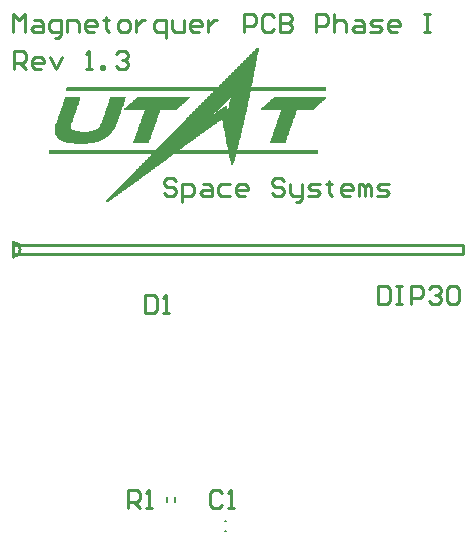
<source format=gto>
%FSAX24Y24*%
%MOIN*%
G70*
G01*
G75*
%ADD10R,0.0354X0.0394*%
%ADD11R,0.3937X0.3937*%
%ADD12R,0.0366X0.0600*%
%ADD13C,0.0394*%
%ADD14R,0.0354X0.0276*%
%ADD15C,0.0080*%
%ADD16C,0.0620*%
%ADD17R,0.0620X0.0620*%
%ADD18C,0.2756*%
%ADD19C,0.0118*%
%ADD20C,0.0180*%
%ADD21C,0.0100*%
%ADD22C,0.0079*%
%ADD23C,0.0020*%
D21*
X024800Y033421D02*
G03*
X024800Y033921I000000J000250D01*
G01*
Y033831D02*
X039800D01*
Y033511D02*
Y033831D01*
X024800Y033511D02*
X039800D01*
X024800D02*
Y033921D01*
Y033421D02*
Y033831D01*
X036970Y032471D02*
Y031871D01*
X037270D01*
X037369Y031971D01*
Y032371D01*
X037270Y032471D01*
X036970D01*
X037569D02*
X037769D01*
X037669D01*
Y031871D01*
X037569D01*
X037769D01*
X038069D02*
Y032471D01*
X038369D01*
X038469Y032371D01*
Y032171D01*
X038369Y032071D01*
X038069D01*
X038669Y032371D02*
X038769Y032471D01*
X038969D01*
X039069Y032371D01*
Y032271D01*
X038969Y032171D01*
X038869D01*
X038969D01*
X039069Y032071D01*
Y031971D01*
X038969Y031871D01*
X038769D01*
X038669Y031971D01*
X039269Y032371D02*
X039369Y032471D01*
X039569D01*
X039669Y032371D01*
Y031971D01*
X039569Y031871D01*
X039369D01*
X039269Y031971D01*
Y032371D01*
X028623Y025054D02*
Y025654D01*
X028923D01*
X029023Y025554D01*
Y025354D01*
X028923Y025254D01*
X028623D01*
X028823D02*
X029023Y025054D01*
X029223D02*
X029423D01*
X029323D01*
Y025654D01*
X029223Y025554D01*
X029200Y032151D02*
Y031551D01*
X029500D01*
X029599Y031651D01*
Y032051D01*
X029500Y032151D01*
X029200D01*
X029799Y031551D02*
X029999D01*
X029899D01*
Y032151D01*
X029799Y032051D01*
X031774Y025556D02*
X031675Y025656D01*
X031475D01*
X031375Y025556D01*
Y025157D01*
X031475Y025057D01*
X031675D01*
X031774Y025157D01*
X031974Y025057D02*
X032174D01*
X032074D01*
Y025656D01*
X031974Y025556D01*
X024830Y039681D02*
Y040281D01*
X025130D01*
X025229Y040181D01*
Y039981D01*
X025130Y039881D01*
X024830D01*
X025030D02*
X025229Y039681D01*
X025729D02*
X025529D01*
X025429Y039781D01*
Y039981D01*
X025529Y040081D01*
X025729D01*
X025829Y039981D01*
Y039881D01*
X025429D01*
X026029Y040081D02*
X026229Y039681D01*
X026429Y040081D01*
X027229Y039681D02*
X027429D01*
X027329D01*
Y040281D01*
X027229Y040181D01*
X027729Y039681D02*
Y039781D01*
X027829D01*
Y039681D01*
X027729D01*
X028229Y040181D02*
X028328Y040281D01*
X028528D01*
X028628Y040181D01*
Y040081D01*
X028528Y039981D01*
X028428D01*
X028528D01*
X028628Y039881D01*
Y039781D01*
X028528Y039681D01*
X028328D01*
X028229Y039781D01*
X024820Y040921D02*
Y041521D01*
X025020Y041321D01*
X025219Y041521D01*
Y040921D01*
X025519Y041321D02*
X025719D01*
X025819Y041221D01*
Y040921D01*
X025519D01*
X025419Y041021D01*
X025519Y041121D01*
X025819D01*
X026219Y040721D02*
X026319D01*
X026419Y040821D01*
Y041321D01*
X026119D01*
X026019Y041221D01*
Y041021D01*
X026119Y040921D01*
X026419D01*
X026619D02*
Y041321D01*
X026919D01*
X027019Y041221D01*
Y040921D01*
X027519D02*
X027319D01*
X027219Y041021D01*
Y041221D01*
X027319Y041321D01*
X027519D01*
X027619Y041221D01*
Y041121D01*
X027219D01*
X027919Y041421D02*
Y041321D01*
X027819D01*
X028019D01*
X027919D01*
Y041021D01*
X028019Y040921D01*
X028418D02*
X028618D01*
X028718Y041021D01*
Y041221D01*
X028618Y041321D01*
X028418D01*
X028318Y041221D01*
Y041021D01*
X028418Y040921D01*
X028918Y041321D02*
Y040921D01*
Y041121D01*
X029018Y041221D01*
X029118Y041321D01*
X029218D01*
X029918Y040721D02*
Y041321D01*
X029618D01*
X029518Y041221D01*
Y041021D01*
X029618Y040921D01*
X029918D01*
X030118Y041321D02*
Y041021D01*
X030218Y040921D01*
X030518D01*
Y041321D01*
X031018Y040921D02*
X030818D01*
X030718Y041021D01*
Y041221D01*
X030818Y041321D01*
X031018D01*
X031118Y041221D01*
Y041121D01*
X030718D01*
X031318Y041321D02*
Y040921D01*
Y041121D01*
X031417Y041221D01*
X031517Y041321D01*
X031617D01*
X032517Y040921D02*
Y041521D01*
X032817D01*
X032917Y041421D01*
Y041221D01*
X032817Y041121D01*
X032517D01*
X033517Y041421D02*
X033417Y041521D01*
X033217D01*
X033117Y041421D01*
Y041021D01*
X033217Y040921D01*
X033417D01*
X033517Y041021D01*
X033717Y041521D02*
Y040921D01*
X034017D01*
X034117Y041021D01*
Y041121D01*
X034017Y041221D01*
X033717D01*
X034017D01*
X034117Y041321D01*
Y041421D01*
X034017Y041521D01*
X033717D01*
X034916Y040921D02*
Y041521D01*
X035216D01*
X035316Y041421D01*
Y041221D01*
X035216Y041121D01*
X034916D01*
X035516Y041521D02*
Y040921D01*
Y041221D01*
X035616Y041321D01*
X035816D01*
X035916Y041221D01*
Y040921D01*
X036216Y041321D02*
X036416D01*
X036516Y041221D01*
Y040921D01*
X036216D01*
X036116Y041021D01*
X036216Y041121D01*
X036516D01*
X036716Y040921D02*
X037016D01*
X037116Y041021D01*
X037016Y041121D01*
X036816D01*
X036716Y041221D01*
X036816Y041321D01*
X037116D01*
X037615Y040921D02*
X037416D01*
X037316Y041021D01*
Y041221D01*
X037416Y041321D01*
X037615D01*
X037715Y041221D01*
Y041121D01*
X037316D01*
X038515Y041521D02*
X038715D01*
X038615D01*
Y040921D01*
X038515D01*
X038715D01*
X030239Y035971D02*
X030140Y036071D01*
X029940D01*
X029840Y035971D01*
Y035871D01*
X029940Y035771D01*
X030140D01*
X030239Y035671D01*
Y035571D01*
X030140Y035471D01*
X029940D01*
X029840Y035571D01*
X030439Y035271D02*
Y035871D01*
X030739D01*
X030839Y035771D01*
Y035571D01*
X030739Y035471D01*
X030439D01*
X031139Y035871D02*
X031339D01*
X031439Y035771D01*
Y035471D01*
X031139D01*
X031039Y035571D01*
X031139Y035671D01*
X031439D01*
X032039Y035871D02*
X031739D01*
X031639Y035771D01*
Y035571D01*
X031739Y035471D01*
X032039D01*
X032539D02*
X032339D01*
X032239Y035571D01*
Y035771D01*
X032339Y035871D01*
X032539D01*
X032639Y035771D01*
Y035671D01*
X032239D01*
X033838Y035971D02*
X033738Y036071D01*
X033538D01*
X033438Y035971D01*
Y035871D01*
X033538Y035771D01*
X033738D01*
X033838Y035671D01*
Y035571D01*
X033738Y035471D01*
X033538D01*
X033438Y035571D01*
X034038Y035871D02*
Y035571D01*
X034138Y035471D01*
X034438D01*
Y035371D01*
X034338Y035271D01*
X034238D01*
X034438Y035471D02*
Y035871D01*
X034638Y035471D02*
X034938D01*
X035038Y035571D01*
X034938Y035671D01*
X034738D01*
X034638Y035771D01*
X034738Y035871D01*
X035038D01*
X035338Y035971D02*
Y035871D01*
X035238D01*
X035438D01*
X035338D01*
Y035571D01*
X035438Y035471D01*
X036038D02*
X035838D01*
X035738Y035571D01*
Y035771D01*
X035838Y035871D01*
X036038D01*
X036138Y035771D01*
Y035671D01*
X035738D01*
X036337Y035471D02*
Y035871D01*
X036437D01*
X036537Y035771D01*
Y035471D01*
Y035771D01*
X036637Y035871D01*
X036737Y035771D01*
Y035471D01*
X036937D02*
X037237D01*
X037337Y035571D01*
X037237Y035671D01*
X037037D01*
X036937Y035771D01*
X037037Y035871D01*
X037337D01*
D22*
X031860Y024609D02*
X031899D01*
X031860Y024294D02*
X031899D01*
X029937Y025255D02*
Y025412D01*
X030212Y025255D02*
Y025412D01*
D23*
X033520Y037661D02*
X034000D01*
X033520Y037681D02*
X034000D01*
X033520Y037701D02*
X034020D01*
X033540Y037721D02*
X034020D01*
X033540Y037741D02*
X034020D01*
X033560Y037761D02*
X034040D01*
X033560Y037781D02*
X034040D01*
X033560Y037801D02*
X034040D01*
X033580Y037821D02*
X034060D01*
X033580Y037841D02*
X034060D01*
X033580Y037861D02*
X034080D01*
X033600Y037881D02*
X034080D01*
X033600Y037901D02*
X034080D01*
X033600Y037921D02*
X034100D01*
X033620Y037941D02*
X034100D01*
X033620Y037961D02*
X034100D01*
X033620Y037981D02*
X034120D01*
X033640Y038001D02*
X034120D01*
X033640Y038021D02*
X034120D01*
X033640Y038041D02*
X034140D01*
X033660Y038061D02*
X034140D01*
X033660Y038081D02*
X034140D01*
X033680Y038101D02*
X034160D01*
X033680Y038121D02*
X034160D01*
X033680Y038141D02*
X034180D01*
X033700Y038161D02*
X034180D01*
X033700Y038181D02*
X034180D01*
X033700Y038201D02*
X034200D01*
X033720Y038221D02*
X034200D01*
X033720Y038261D02*
X034220D01*
X033740Y038281D02*
X034220D01*
X033740Y038301D02*
X034220D01*
X033740Y038321D02*
X034240D01*
X033760Y038341D02*
X034240D01*
X032720Y040181D02*
X032920D01*
X032740Y040201D02*
X032940D01*
X032760Y040221D02*
X032940D01*
X032780Y040241D02*
X032940D01*
X032800Y040261D02*
X032940D01*
X032820Y040281D02*
X032940D01*
X032840Y040301D02*
X032960D01*
X032860Y040321D02*
X032960D01*
X032880Y040341D02*
X032960D01*
X032900Y040361D02*
X032960D01*
X032920Y040381D02*
X032960D01*
X032080Y036521D02*
X032120D01*
X032080Y036541D02*
X032120D01*
X032060Y036561D02*
X032120D01*
X032060Y036581D02*
X032140D01*
X032060Y036601D02*
X032140D01*
X032060Y036621D02*
X032140D01*
X032040Y036661D02*
X032160D01*
X032040Y036681D02*
X032160D01*
X032040Y036701D02*
X032160D01*
X032040Y036721D02*
X032180D01*
X032020Y036741D02*
X032180D01*
X032020Y036761D02*
X032180D01*
X032020Y036781D02*
X032180D01*
X032020Y036801D02*
X032200D01*
X032000Y036821D02*
X032200D01*
X032000Y036841D02*
X032200D01*
X032000Y036861D02*
X032200D01*
X031960Y037021D02*
X032240D01*
X031960Y037041D02*
X032260D01*
X031960Y037061D02*
X032260D01*
X031960Y037081D02*
X032260D01*
X031960Y037101D02*
X032280D01*
X031940Y037121D02*
X032280D01*
X031940Y037141D02*
X032280D01*
X031940Y037161D02*
X032280D01*
X031940Y037181D02*
X032300D01*
X031940Y037201D02*
X032300D01*
X031920Y037221D02*
X032300D01*
X031920Y037241D02*
X032300D01*
X031920Y037261D02*
X032320D01*
X031920Y037281D02*
X032320D01*
X031920Y037301D02*
X032320D01*
X031960Y038301D02*
X032560D01*
X031980Y038321D02*
X032560D01*
X031980Y038341D02*
X032560D01*
X031980Y038361D02*
X032560D01*
X031980Y038381D02*
X032580D01*
X031980Y038401D02*
X032580D01*
X032000Y038421D02*
X032580D01*
X032000Y038441D02*
X032580D01*
X032000Y038461D02*
X032600D01*
X032000Y038481D02*
X032600D01*
X032000Y038501D02*
X032600D01*
X032020Y038521D02*
X032600D01*
X032020Y038541D02*
X032600D01*
X032020Y038561D02*
X032620D01*
X032020Y038581D02*
X032620D01*
X032020Y038601D02*
X032620D01*
X032040Y038621D02*
X032620D01*
X032040Y038641D02*
X032620D01*
X032040Y038661D02*
X032640D01*
X032040Y038681D02*
X032640D01*
X032040Y038701D02*
X032640D01*
X032060Y038721D02*
X032640D01*
X032060Y038741D02*
X032640D01*
X032060Y038761D02*
X032660D01*
X031120Y038581D02*
X031860D01*
X031140Y038601D02*
X031880D01*
X028720Y036121D02*
X029120D01*
X028740Y036141D02*
X029140D01*
X028760Y036161D02*
X029180D01*
X028780Y036181D02*
X029200D01*
X028800Y036201D02*
X029220D01*
X028820Y036221D02*
X029260D01*
X028840Y036241D02*
X029280D01*
X028860Y036261D02*
X029300D01*
X028880Y036281D02*
X029340D01*
X028880Y036301D02*
X029360D01*
X028900Y036321D02*
X029380D01*
X028920Y036341D02*
X029420D01*
X028940Y036361D02*
X029440D01*
X028960Y036381D02*
X029480D01*
X028820Y037241D02*
X029300D01*
X028820Y037261D02*
X029300D01*
X028820Y037281D02*
X029320D01*
X028840Y037301D02*
X029320D01*
X028840Y037321D02*
X029320D01*
X028840Y037341D02*
X029340D01*
X028860Y037361D02*
X029340D01*
X028860Y037381D02*
X029340D01*
X028860Y037401D02*
X029360D01*
X028880Y037421D02*
X029360D01*
X028900Y037461D02*
X029380D01*
X028900Y037481D02*
X029380D01*
X028900Y037501D02*
X029380D01*
X028920Y037521D02*
X029400D01*
X028920Y037541D02*
X029400D01*
X028920Y037561D02*
X029400D01*
X028940Y037581D02*
X029420D01*
X028940Y037601D02*
X029420D01*
X028940Y037621D02*
X029440D01*
X028960Y037641D02*
X029440D01*
X028960Y037661D02*
X029440D01*
X028960Y037681D02*
X029460D01*
X028980Y037701D02*
X029460D01*
X028980Y037721D02*
X029460D01*
X028980Y037741D02*
X029480D01*
X029000Y037761D02*
X029480D01*
X029000Y037781D02*
X029480D01*
X027920Y035301D02*
X027960D01*
X027920Y035321D02*
X028000D01*
X027940Y035341D02*
X028020D01*
X027960Y035361D02*
X028060D01*
X027980Y035381D02*
X028080D01*
X028000Y035401D02*
X028120D01*
X028020Y035421D02*
X028140D01*
X028040Y035441D02*
X028160D01*
X028060Y035461D02*
X028200D01*
X028080Y035481D02*
X028220D01*
X028100Y035501D02*
X028260D01*
X028120Y035521D02*
X028280D01*
X028140Y035541D02*
X028300D01*
X028160Y035561D02*
X028340D01*
X028180Y035581D02*
X028360D01*
X028200Y035601D02*
X028400D01*
X028220Y035621D02*
X028420D01*
X028240Y035641D02*
X028440D01*
X028260Y035661D02*
X028480D01*
X028280Y035681D02*
X028500D01*
X028300Y035701D02*
X028540D01*
X028320Y035721D02*
X028560D01*
X028340Y035741D02*
X028580D01*
X028360Y035761D02*
X028620D01*
X028380Y035781D02*
X028640D01*
X028400Y035801D02*
X028680D01*
X027920Y038361D02*
X028400D01*
X027920Y038381D02*
X028400D01*
X027920Y038401D02*
X028420D01*
X027940Y038421D02*
X028420D01*
X027940Y038441D02*
X028420D01*
X027960Y038461D02*
X028440D01*
X027960Y038481D02*
X028440D01*
X027960Y038501D02*
X028460D01*
X027980Y038521D02*
X028460D01*
X027980Y038541D02*
X028460D01*
X027980Y038561D02*
X028480D01*
X028000Y038581D02*
X028480D01*
X028000Y038601D02*
X028480D01*
X028000Y038621D02*
X028500D01*
X028020Y038641D02*
X028500D01*
X028020Y038661D02*
X028500D01*
X028020Y038681D02*
X028520D01*
X028040Y038701D02*
X028520D01*
X028040Y038721D02*
X028520D01*
X028040Y038741D02*
X028540D01*
X026320Y038081D02*
X026800D01*
X026320Y038101D02*
X026800D01*
X026320Y038121D02*
X026800D01*
X026340Y038141D02*
X026820D01*
X026340Y038161D02*
X026820D01*
X026340Y038181D02*
X026820D01*
X026360Y038201D02*
X026840D01*
X026360Y038221D02*
X026840D01*
X026380Y038261D02*
X026860D01*
X026380Y038281D02*
X026860D01*
X026400Y038301D02*
X026880D01*
X026400Y038321D02*
X026880D01*
X026400Y038341D02*
X026880D01*
X026420Y038361D02*
X026900D01*
X026420Y038381D02*
X026900D01*
X026420Y038401D02*
X026900D01*
X026440Y038421D02*
X026920D01*
X026440Y038441D02*
X026920D01*
X026440Y038461D02*
X026920D01*
X026460Y038481D02*
X026940D01*
X026460Y038501D02*
X026940D01*
X026460Y038521D02*
X026960D01*
X026480Y038541D02*
X026960D01*
X026480Y038561D02*
X026960D01*
X026480Y038581D02*
X026980D01*
X026500Y038601D02*
X026980D01*
X026500Y038621D02*
X026980D01*
X026520Y038641D02*
X027000D01*
X026520Y038661D02*
X027000D01*
X026520Y038681D02*
X027000D01*
X026540Y038701D02*
X027020D01*
X026540Y038721D02*
X027020D01*
X026540Y038741D02*
X027020D01*
X033720Y038241D02*
X034200D01*
X032040Y036641D02*
X032140D01*
X028880Y037441D02*
X029360D01*
X026360Y038241D02*
X026860D01*
X033360Y037241D02*
X033860D01*
X033380Y037261D02*
X033860D01*
X033380Y037281D02*
X033860D01*
X033380Y037301D02*
X033880D01*
X033400Y037321D02*
X033880D01*
X031900D02*
X032320D01*
X033400Y037341D02*
X033880D01*
X031900D02*
X032340D01*
X031900Y037361D02*
X032340D01*
X031900Y037381D02*
X032340D01*
X031900Y037401D02*
X032340D01*
X031900Y037421D02*
X032360D01*
X031880Y037461D02*
X032360D01*
X031880Y037481D02*
X032360D01*
X031880Y037501D02*
X032380D01*
X031880Y037521D02*
X032380D01*
X031860Y037541D02*
X032380D01*
X031860Y037561D02*
X032380D01*
X031860Y037581D02*
X032400D01*
X031860Y037601D02*
X032400D01*
X031860Y037621D02*
X032400D01*
X031840Y037641D02*
X032400D01*
X031840Y037661D02*
X032420D01*
X031840Y037681D02*
X032420D01*
X031840Y037701D02*
X032420D01*
X031840Y037721D02*
X032420D01*
X031840Y037741D02*
X032440D01*
X031820Y037761D02*
X032440D01*
X031820Y037781D02*
X032440D01*
X031820Y037801D02*
X032440D01*
X031820Y037821D02*
X032440D01*
X031820Y037841D02*
X032460D01*
X031800Y037861D02*
X032460D01*
X031800Y037881D02*
X032460D01*
X031800Y037901D02*
X032460D01*
X031800Y037921D02*
X032480D01*
X031800Y037941D02*
X032480D01*
X031800Y037961D02*
X032480D01*
X031780Y037981D02*
X032480D01*
X031780Y038001D02*
X032480D01*
X031780Y038021D02*
X032500D01*
X031780Y038041D02*
X032500D01*
X031420Y038141D02*
X032520D01*
X031440Y038161D02*
X032520D01*
X031480Y038181D02*
X032520D01*
X030720D02*
X031440D01*
X031500Y038201D02*
X032540D01*
X030740D02*
X031460D01*
X031540Y038221D02*
X032540D01*
X030760D02*
X031480D01*
X031600Y038261D02*
X032540D01*
X030800D02*
X031520D01*
X031620Y038281D02*
X032560D01*
X030820D02*
X031540D01*
X031660Y038301D02*
X031940D01*
X030840D02*
X031580D01*
X031680Y038321D02*
X031940D01*
X030860D02*
X031600D01*
X031700Y038341D02*
X031940D01*
X030880D02*
X031620D01*
X031740Y038361D02*
X031940D01*
X030900D02*
X031640D01*
X031760Y038381D02*
X031920D01*
X030920D02*
X031660D01*
X031800Y038401D02*
X031920D01*
X030940D02*
X031680D01*
X031820Y038421D02*
X031920D01*
X030960D02*
X031700D01*
X031860Y038441D02*
X031920D01*
X030980D02*
X031720D01*
X031000Y038461D02*
X031740D01*
X031020Y038481D02*
X031760D01*
X031040Y038501D02*
X031780D01*
X031060Y038521D02*
X031800D01*
X031080Y038541D02*
X031820D01*
X031100Y038561D02*
X031840D01*
X031160Y038621D02*
X031900D01*
X031180Y038641D02*
X031920D01*
X031200Y038661D02*
X031940D01*
X031220Y038681D02*
X031960D01*
X031240Y038701D02*
X031980D01*
X031260Y038721D02*
X032000D01*
X031280Y038741D02*
X032020D01*
X031300Y038761D02*
X032040D01*
X031320Y038781D02*
X032660D01*
X031340Y038801D02*
X032660D01*
X031360Y038821D02*
X032660D01*
X031380Y038841D02*
X032660D01*
X031400Y038861D02*
X032680D01*
X031420Y038881D02*
X032680D01*
X031440Y038901D02*
X032680D01*
X031460Y038921D02*
X032680D01*
X031480Y038941D02*
X032680D01*
X031500Y038961D02*
X032700D01*
X031540Y038981D02*
X032700D01*
X031680Y039121D02*
X032720D01*
X031680Y039141D02*
X032720D01*
X031700Y039161D02*
X032740D01*
X031720Y039181D02*
X032740D01*
X031740Y039201D02*
X032740D01*
X031760Y039221D02*
X032740D01*
X031780Y039241D02*
X032740D01*
X031800Y039261D02*
X032760D01*
X031820Y039281D02*
X032760D01*
X031840Y039301D02*
X032760D01*
X031860Y039321D02*
X032760D01*
X031880Y039341D02*
X032760D01*
X031900Y039361D02*
X032780D01*
X031920Y039381D02*
X032780D01*
X031940Y039401D02*
X032780D01*
X031960Y039421D02*
X032780D01*
X031980Y039441D02*
X032780D01*
X032000Y039461D02*
X032800D01*
X032020Y039481D02*
X032800D01*
X032040Y039501D02*
X032800D01*
X032060Y039521D02*
X032800D01*
X032080Y039541D02*
X032800D01*
X032100Y039561D02*
X032820D01*
X032120Y039581D02*
X032820D01*
X032140Y039601D02*
X032820D01*
X032160Y039621D02*
X032820D01*
X032180Y039641D02*
X032820D01*
X032200Y039661D02*
X032840D01*
X032220Y039681D02*
X032840D01*
X032240Y039701D02*
X032840D01*
X032260Y039721D02*
X032840D01*
X032280Y039741D02*
X032840D01*
X032300Y039761D02*
X032840D01*
X032320Y039781D02*
X032860D01*
X032340Y039801D02*
X032860D01*
X032360Y039821D02*
X032860D01*
X032400Y039861D02*
X032860D01*
X032420Y039881D02*
X032880D01*
X032440Y039901D02*
X032880D01*
X032460Y039921D02*
X032880D01*
X032480Y039941D02*
X032880D01*
X032500Y039961D02*
X032880D01*
X032520Y039981D02*
X032900D01*
X032540Y040001D02*
X032900D01*
X032560Y040021D02*
X032900D01*
X032580Y040041D02*
X032900D01*
X032600Y040061D02*
X032900D01*
X032620Y040081D02*
X032920D01*
X032640Y040101D02*
X032920D01*
X032660Y040121D02*
X032920D01*
X032680Y040141D02*
X032920D01*
X032700Y040161D02*
X032920D01*
X027900Y035281D02*
X027940D01*
X028420Y035821D02*
X028700D01*
X028460Y035861D02*
X028760D01*
X028480Y035881D02*
X028780D01*
X028500Y035901D02*
X028820D01*
X028520Y035921D02*
X028840D01*
X028540Y035941D02*
X028860D01*
X028560Y035961D02*
X028900D01*
X028580Y035981D02*
X028920D01*
X028600Y036001D02*
X028960D01*
X028620Y036021D02*
X028980D01*
X028640Y036041D02*
X029000D01*
X028660Y036061D02*
X029040D01*
X028680Y036081D02*
X029060D01*
X028700Y036101D02*
X029080D01*
X028980Y036401D02*
X029500D01*
X029000Y036421D02*
X029520D01*
X029020Y036441D02*
X029560D01*
X029040Y036461D02*
X029580D01*
X029060Y036481D02*
X029600D01*
X029080Y036501D02*
X029640D01*
X029100Y036521D02*
X029660D01*
X029120Y036541D02*
X029680D01*
X029140Y036561D02*
X029720D01*
X029160Y036581D02*
X029740D01*
X029180Y036601D02*
X029780D01*
X029200Y036621D02*
X029800D01*
X029240Y036661D02*
X029860D01*
X029260Y036681D02*
X029880D01*
X029280Y036701D02*
X029900D01*
X029300Y036721D02*
X029940D01*
X029320Y036741D02*
X029960D01*
X029340Y036761D02*
X029980D01*
X029360Y036781D02*
X030020D01*
X029380Y036801D02*
X030040D01*
X029400Y036821D02*
X030060D01*
X029420Y036841D02*
X030100D01*
X029440Y036861D02*
X030120D01*
X029580Y037021D02*
X030340D01*
X029600Y037041D02*
X030360D01*
X029620Y037061D02*
X030400D01*
X029640Y037081D02*
X030420D01*
X029660Y037101D02*
X030440D01*
X029680Y037121D02*
X030480D01*
X029700Y037141D02*
X030500D01*
X029720Y037161D02*
X030520D01*
X029740Y037181D02*
X030560D01*
X029760Y037201D02*
X030580D01*
X029780Y037221D02*
X030620D01*
X029800Y037241D02*
X030640D01*
X029820Y037261D02*
X030660D01*
X027540Y037661D02*
X028120D01*
X027580Y037681D02*
X028140D01*
X027620Y037701D02*
X028140D01*
X027640Y037721D02*
X028160D01*
X027660Y037741D02*
X028160D01*
X027680Y037761D02*
X028180D01*
X027700Y037781D02*
X028180D01*
X029020Y037801D02*
X029500D01*
X027700D02*
X028200D01*
X029020Y037821D02*
X029500D01*
X027720D02*
X028200D01*
X029020Y037841D02*
X029500D01*
X027720D02*
X028220D01*
X029040Y037861D02*
X029520D01*
X027740D02*
X028220D01*
X029040Y037881D02*
X029520D01*
X027740D02*
X028240D01*
X029040Y037901D02*
X029540D01*
X027760D02*
X028240D01*
X029060Y037921D02*
X029540D01*
X027760D02*
X028240D01*
X029060Y037941D02*
X029540D01*
X027760D02*
X028260D01*
X029060Y037961D02*
X029560D01*
X027780D02*
X028260D01*
X029080Y037981D02*
X029560D01*
X027780D02*
X028260D01*
X029080Y038001D02*
X029560D01*
X027780D02*
X028280D01*
X029080Y038021D02*
X029580D01*
X027800D02*
X028280D01*
X029100Y038041D02*
X029580D01*
X027800D02*
X028280D01*
X029100Y038061D02*
X029580D01*
X027800D02*
X028300D01*
X029100Y038081D02*
X029600D01*
X027820D02*
X028300D01*
X029120Y038101D02*
X029600D01*
X027820D02*
X028300D01*
X029120Y038121D02*
X029600D01*
X027840D02*
X028320D01*
X029140Y038141D02*
X029620D01*
X027840D02*
X028320D01*
X029140Y038161D02*
X029620D01*
X027840D02*
X028340D01*
X029140Y038181D02*
X029620D01*
X027860D02*
X028340D01*
X029160Y038201D02*
X029640D01*
X027860D02*
X028340D01*
X029160Y038221D02*
X029640D01*
X027860D02*
X028360D01*
X029180Y038261D02*
X029660D01*
X027880D02*
X028360D01*
X029180Y038281D02*
X029660D01*
X027880D02*
X028380D01*
X029180Y038301D02*
X029680D01*
X027900D02*
X028380D01*
X029200Y038321D02*
X029680D01*
X027900D02*
X028380D01*
X029200Y038341D02*
X029680D01*
X027900D02*
X028400D01*
X028500Y038361D02*
X030240D01*
X028520Y038381D02*
X030260D01*
X028560Y038401D02*
X030280D01*
X028580Y038421D02*
X030300D01*
X028600Y038441D02*
X030320D01*
X028620Y038461D02*
X030340D01*
X028640Y038481D02*
X030380D01*
X028660Y038501D02*
X030400D01*
X028680Y038521D02*
X030420D01*
X028700Y038541D02*
X030440D01*
X028740Y038561D02*
X030460D01*
X028760Y038581D02*
X030480D01*
X028780Y038601D02*
X030500D01*
X028800Y038621D02*
X030540D01*
X028820Y038641D02*
X030560D01*
X028840Y038661D02*
X030580D01*
X028860Y038681D02*
X030600D01*
X028900Y038701D02*
X030620D01*
X028920Y038721D02*
X030640D01*
X028940Y038741D02*
X030660D01*
X026840Y037221D02*
X027260D01*
X026660Y037241D02*
X027400D01*
X026200Y037621D02*
X027000D01*
X026200Y037641D02*
X026840D01*
X026200Y037661D02*
X026780D01*
X026200Y037681D02*
X026740D01*
X026200Y037701D02*
X026720D01*
X026200Y037721D02*
X026720D01*
X026200Y037741D02*
X026700D01*
X026200Y037761D02*
X026700D01*
X026220Y037781D02*
X026700D01*
X026220Y037801D02*
X026700D01*
X026220Y037821D02*
X026700D01*
X026220Y037841D02*
X026720D01*
X026240Y037861D02*
X026720D01*
X026240Y037881D02*
X026720D01*
X026240Y037901D02*
X026720D01*
X026260Y037921D02*
X026740D01*
X026260Y037941D02*
X026740D01*
X026260Y037961D02*
X026760D01*
X026280Y037981D02*
X026760D01*
X026280Y038001D02*
X026760D01*
X026300Y038021D02*
X026780D01*
X026300Y038041D02*
X026780D01*
X026300Y038061D02*
X026780D01*
X031880Y037441D02*
X032360D01*
X031560Y038241D02*
X032540D01*
X030780D02*
X031500D01*
X032380Y039841D02*
X032860D01*
X028440Y035841D02*
X028720D01*
X029220Y036641D02*
X029820D01*
X029160Y038241D02*
X029660D01*
X027880D02*
X028360D01*
X026020Y036881D02*
X034940D01*
X026020Y036901D02*
X034940D01*
X026020Y036921D02*
X034940D01*
X026020Y036941D02*
X034940D01*
X026020Y036961D02*
X034940D01*
X026020Y036981D02*
X034940D01*
X026040Y037001D02*
X034940D01*
X026580Y037261D02*
X027500D01*
X029840Y037281D02*
X030700D01*
X026500D02*
X027580D01*
X029860Y037301D02*
X030720D01*
X026460D02*
X027640D01*
X029880Y037321D02*
X030760D01*
X026420D02*
X027700D01*
X029900Y037341D02*
X030780D01*
X026380D02*
X027740D01*
X033400Y037361D02*
X033900D01*
X029920D02*
X030800D01*
X026340D02*
X027780D01*
X033420Y037381D02*
X033900D01*
X029940D02*
X030840D01*
X026320D02*
X027820D01*
X033420Y037401D02*
X033900D01*
X029960D02*
X030860D01*
X026300D02*
X027840D01*
X033440Y037421D02*
X033920D01*
X029980D02*
X030880D01*
X026280D02*
X027880D01*
X033440Y037461D02*
X033920D01*
X030020D02*
X030940D01*
X026260D02*
X027940D01*
X033460Y037481D02*
X033940D01*
X030040D02*
X030960D01*
X026240D02*
X027960D01*
X033460Y037501D02*
X033940D01*
X030060D02*
X031000D01*
X026240D02*
X027980D01*
X033460Y037521D02*
X033960D01*
X030080D02*
X031020D01*
X026220D02*
X028000D01*
X033480Y037541D02*
X033960D01*
X030100D02*
X031060D01*
X026220D02*
X028020D01*
X033480Y037561D02*
X033960D01*
X030120D02*
X031080D01*
X026220D02*
X028040D01*
X033480Y037581D02*
X033980D01*
X030140D02*
X031120D01*
X026200D02*
X028060D01*
X033500Y037601D02*
X033980D01*
X030160D02*
X031140D01*
X026200D02*
X028080D01*
X033500Y037621D02*
X033980D01*
X030180D02*
X031160D01*
X027340D02*
X028080D01*
X033500Y037641D02*
X034000D01*
X030200D02*
X031200D01*
X027460D02*
X028100D01*
X030220Y037661D02*
X031220D01*
X030240Y037681D02*
X031240D01*
X030260Y037701D02*
X031280D01*
X030280Y037721D02*
X031300D01*
X030300Y037741D02*
X031340D01*
X030320Y037761D02*
X031360D01*
X030340Y037781D02*
X031380D01*
X030360Y037801D02*
X031420D01*
X030380Y037821D02*
X031440D01*
X030400Y037841D02*
X031480D01*
X030420Y037861D02*
X031500D01*
X030440Y037881D02*
X031540D01*
X030460Y037901D02*
X031560D01*
X030480Y037921D02*
X031580D01*
X030500Y037941D02*
X031620D01*
X030520Y037961D02*
X031640D01*
X030540Y037981D02*
X031680D01*
X030540Y038001D02*
X031700D01*
X030560Y038021D02*
X031740D01*
X030580Y038041D02*
X031760D01*
X030600Y038061D02*
X032500D01*
X030620Y038081D02*
X032500D01*
X030640Y038101D02*
X032520D01*
X030660Y038121D02*
X032520D01*
X030680Y038141D02*
X031400D01*
X030700Y038161D02*
X031420D01*
X033060Y038361D02*
X034800D01*
X033080Y038381D02*
X034820D01*
X033100Y038401D02*
X034840D01*
X033120Y038421D02*
X034860D01*
X033160Y038441D02*
X034880D01*
X033180Y038461D02*
X034900D01*
X033200Y038481D02*
X034920D01*
X033220Y038501D02*
X034940D01*
X033240Y038521D02*
X034980D01*
X033260Y038541D02*
X035000D01*
X033280Y038561D02*
X035020D01*
X033300Y038581D02*
X035040D01*
X033340Y038601D02*
X035060D01*
X033360Y038621D02*
X035080D01*
X033380Y038641D02*
X035100D01*
X033400Y038661D02*
X035140D01*
X033420Y038681D02*
X035160D01*
X033440Y038701D02*
X035180D01*
X033460Y038721D02*
X035200D01*
X033500Y038741D02*
X035220D01*
X026580Y039001D02*
X035220D01*
X026580Y039021D02*
X035220D01*
X026600Y039061D02*
X035220D01*
X026600Y039081D02*
X035220D01*
X026600Y039101D02*
X035220D01*
X033440Y037441D02*
X033920D01*
X030000D02*
X030920D01*
X026260D02*
X027900D01*
X026580Y039041D02*
X035220D01*
M02*

</source>
